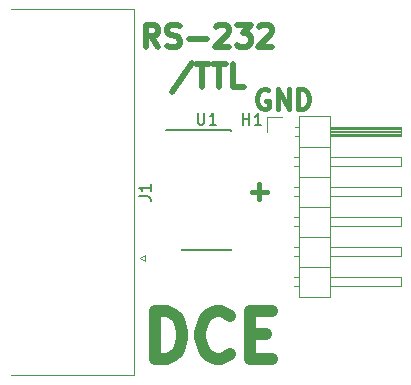
<source format=gbr>
G04 #@! TF.GenerationSoftware,KiCad,Pcbnew,(5.0.2)-1*
G04 #@! TF.CreationDate,2019-09-14T16:42:52-04:00*
G04 #@! TF.ProjectId,RS232_TTL_Female,52533233-325f-4545-944c-5f46656d616c,rev?*
G04 #@! TF.SameCoordinates,Original*
G04 #@! TF.FileFunction,Legend,Top*
G04 #@! TF.FilePolarity,Positive*
%FSLAX46Y46*%
G04 Gerber Fmt 4.6, Leading zero omitted, Abs format (unit mm)*
G04 Created by KiCad (PCBNEW (5.0.2)-1) date 9/14/2019 4:42:52 PM*
%MOMM*%
%LPD*%
G01*
G04 APERTURE LIST*
%ADD10C,0.412750*%
%ADD11C,0.476250*%
%ADD12C,1.000000*%
%ADD13C,0.120000*%
%ADD14C,0.150000*%
G04 APERTURE END LIST*
D10*
X20707047Y-15230928D02*
X21964952Y-15230928D01*
X21336000Y-15859880D02*
X21336000Y-14601976D01*
X22110095Y-6667500D02*
X21952857Y-6588880D01*
X21717000Y-6588880D01*
X21481142Y-6667500D01*
X21323904Y-6824738D01*
X21245285Y-6981976D01*
X21166666Y-7296452D01*
X21166666Y-7532309D01*
X21245285Y-7846785D01*
X21323904Y-8004023D01*
X21481142Y-8161261D01*
X21717000Y-8239880D01*
X21874238Y-8239880D01*
X22110095Y-8161261D01*
X22188714Y-8082642D01*
X22188714Y-7532309D01*
X21874238Y-7532309D01*
X22896285Y-8239880D02*
X22896285Y-6588880D01*
X23839714Y-8239880D01*
X23839714Y-6588880D01*
X24625904Y-8239880D02*
X24625904Y-6588880D01*
X25019000Y-6588880D01*
X25254857Y-6667500D01*
X25412095Y-6824738D01*
X25490714Y-6981976D01*
X25569333Y-7296452D01*
X25569333Y-7532309D01*
X25490714Y-7846785D01*
X25412095Y-8004023D01*
X25254857Y-8161261D01*
X25019000Y-8239880D01*
X24625904Y-8239880D01*
D11*
X12799785Y-3004910D02*
X12164785Y-2097767D01*
X11711214Y-3004910D02*
X11711214Y-1099910D01*
X12436928Y-1099910D01*
X12618357Y-1190625D01*
X12709071Y-1281339D01*
X12799785Y-1462767D01*
X12799785Y-1734910D01*
X12709071Y-1916339D01*
X12618357Y-2007053D01*
X12436928Y-2097767D01*
X11711214Y-2097767D01*
X13525500Y-2914196D02*
X13797642Y-3004910D01*
X14251214Y-3004910D01*
X14432642Y-2914196D01*
X14523357Y-2823482D01*
X14614071Y-2642053D01*
X14614071Y-2460625D01*
X14523357Y-2279196D01*
X14432642Y-2188482D01*
X14251214Y-2097767D01*
X13888357Y-2007053D01*
X13706928Y-1916339D01*
X13616214Y-1825625D01*
X13525500Y-1644196D01*
X13525500Y-1462767D01*
X13616214Y-1281339D01*
X13706928Y-1190625D01*
X13888357Y-1099910D01*
X14341928Y-1099910D01*
X14614071Y-1190625D01*
X15430500Y-2279196D02*
X16881928Y-2279196D01*
X17698357Y-1281339D02*
X17789071Y-1190625D01*
X17970500Y-1099910D01*
X18424071Y-1099910D01*
X18605500Y-1190625D01*
X18696214Y-1281339D01*
X18786928Y-1462767D01*
X18786928Y-1644196D01*
X18696214Y-1916339D01*
X17607642Y-3004910D01*
X18786928Y-3004910D01*
X19421928Y-1099910D02*
X20601214Y-1099910D01*
X19966214Y-1825625D01*
X20238357Y-1825625D01*
X20419785Y-1916339D01*
X20510500Y-2007053D01*
X20601214Y-2188482D01*
X20601214Y-2642053D01*
X20510500Y-2823482D01*
X20419785Y-2914196D01*
X20238357Y-3004910D01*
X19694071Y-3004910D01*
X19512642Y-2914196D01*
X19421928Y-2823482D01*
X21326928Y-1281339D02*
X21417642Y-1190625D01*
X21599071Y-1099910D01*
X22052642Y-1099910D01*
X22234071Y-1190625D01*
X22324785Y-1281339D01*
X22415500Y-1462767D01*
X22415500Y-1644196D01*
X22324785Y-1916339D01*
X21236214Y-3004910D01*
X22415500Y-3004910D01*
X15611928Y-4342946D02*
X13979071Y-6792232D01*
X15974785Y-4433660D02*
X17063357Y-4433660D01*
X16519071Y-6338660D02*
X16519071Y-4433660D01*
X17426214Y-4433660D02*
X18514785Y-4433660D01*
X17970500Y-6338660D02*
X17970500Y-4433660D01*
X20056928Y-6338660D02*
X19149785Y-6338660D01*
X19149785Y-4433660D01*
D12*
X12541857Y-29368523D02*
X12541857Y-25368523D01*
X13494238Y-25368523D01*
X14065666Y-25559000D01*
X14446619Y-25939952D01*
X14637095Y-26320904D01*
X14827571Y-27082809D01*
X14827571Y-27654238D01*
X14637095Y-28416142D01*
X14446619Y-28797095D01*
X14065666Y-29178047D01*
X13494238Y-29368523D01*
X12541857Y-29368523D01*
X18827571Y-28987571D02*
X18637095Y-29178047D01*
X18065666Y-29368523D01*
X17684714Y-29368523D01*
X17113285Y-29178047D01*
X16732333Y-28797095D01*
X16541857Y-28416142D01*
X16351380Y-27654238D01*
X16351380Y-27082809D01*
X16541857Y-26320904D01*
X16732333Y-25939952D01*
X17113285Y-25559000D01*
X17684714Y-25368523D01*
X18065666Y-25368523D01*
X18637095Y-25559000D01*
X18827571Y-25749476D01*
X20541857Y-27273285D02*
X21875190Y-27273285D01*
X22446619Y-29368523D02*
X20541857Y-29368523D01*
X20541857Y-25368523D01*
X22446619Y-25368523D01*
D13*
G04 #@! TO.C,H1*
X24681000Y-8830000D02*
X24681000Y-24190000D01*
X24681000Y-24190000D02*
X27341000Y-24190000D01*
X27341000Y-24190000D02*
X27341000Y-8830000D01*
X27341000Y-8830000D02*
X24681000Y-8830000D01*
X27341000Y-9780000D02*
X33341000Y-9780000D01*
X33341000Y-9780000D02*
X33341000Y-10540000D01*
X33341000Y-10540000D02*
X27341000Y-10540000D01*
X27341000Y-9840000D02*
X33341000Y-9840000D01*
X27341000Y-9960000D02*
X33341000Y-9960000D01*
X27341000Y-10080000D02*
X33341000Y-10080000D01*
X27341000Y-10200000D02*
X33341000Y-10200000D01*
X27341000Y-10320000D02*
X33341000Y-10320000D01*
X27341000Y-10440000D02*
X33341000Y-10440000D01*
X24351000Y-9780000D02*
X24681000Y-9780000D01*
X24351000Y-10540000D02*
X24681000Y-10540000D01*
X24681000Y-11430000D02*
X27341000Y-11430000D01*
X27341000Y-12320000D02*
X33341000Y-12320000D01*
X33341000Y-12320000D02*
X33341000Y-13080000D01*
X33341000Y-13080000D02*
X27341000Y-13080000D01*
X24283929Y-12320000D02*
X24681000Y-12320000D01*
X24283929Y-13080000D02*
X24681000Y-13080000D01*
X24681000Y-13970000D02*
X27341000Y-13970000D01*
X27341000Y-14860000D02*
X33341000Y-14860000D01*
X33341000Y-14860000D02*
X33341000Y-15620000D01*
X33341000Y-15620000D02*
X27341000Y-15620000D01*
X24283929Y-14860000D02*
X24681000Y-14860000D01*
X24283929Y-15620000D02*
X24681000Y-15620000D01*
X24681000Y-16510000D02*
X27341000Y-16510000D01*
X27341000Y-17400000D02*
X33341000Y-17400000D01*
X33341000Y-17400000D02*
X33341000Y-18160000D01*
X33341000Y-18160000D02*
X27341000Y-18160000D01*
X24283929Y-17400000D02*
X24681000Y-17400000D01*
X24283929Y-18160000D02*
X24681000Y-18160000D01*
X24681000Y-19050000D02*
X27341000Y-19050000D01*
X27341000Y-19940000D02*
X33341000Y-19940000D01*
X33341000Y-19940000D02*
X33341000Y-20700000D01*
X33341000Y-20700000D02*
X27341000Y-20700000D01*
X24283929Y-19940000D02*
X24681000Y-19940000D01*
X24283929Y-20700000D02*
X24681000Y-20700000D01*
X24681000Y-21590000D02*
X27341000Y-21590000D01*
X27341000Y-22480000D02*
X33341000Y-22480000D01*
X33341000Y-22480000D02*
X33341000Y-23240000D01*
X33341000Y-23240000D02*
X27341000Y-23240000D01*
X24283929Y-22480000D02*
X24681000Y-22480000D01*
X24283929Y-23240000D02*
X24681000Y-23240000D01*
X21971000Y-10160000D02*
X21971000Y-8890000D01*
X21971000Y-8890000D02*
X23241000Y-8890000D01*
G04 #@! TO.C,J1*
X281000Y197000D02*
X10761000Y197000D01*
X10761000Y197000D02*
X10761000Y-30773000D01*
X10761000Y-30773000D02*
X281000Y-30773000D01*
X11655338Y-20578000D02*
X11655338Y-21078000D01*
X11655338Y-21078000D02*
X11222325Y-20828000D01*
X11222325Y-20828000D02*
X11655338Y-20578000D01*
D14*
G04 #@! TO.C,U1*
X14816000Y-10038000D02*
X14816000Y-10063000D01*
X18966000Y-10038000D02*
X18966000Y-10143000D01*
X18966000Y-20188000D02*
X18966000Y-20083000D01*
X14816000Y-20188000D02*
X14816000Y-20083000D01*
X14816000Y-10038000D02*
X18966000Y-10038000D01*
X14816000Y-20188000D02*
X18966000Y-20188000D01*
X14816000Y-10063000D02*
X13441000Y-10063000D01*
G04 #@! TO.C,H1*
X19939095Y-9596380D02*
X19939095Y-8596380D01*
X19939095Y-9072571D02*
X20510523Y-9072571D01*
X20510523Y-9596380D02*
X20510523Y-8596380D01*
X21510523Y-9596380D02*
X20939095Y-9596380D01*
X21224809Y-9596380D02*
X21224809Y-8596380D01*
X21129571Y-8739238D01*
X21034333Y-8834476D01*
X20939095Y-8882095D01*
G04 #@! TO.C,J1*
X11153380Y-15621333D02*
X11867666Y-15621333D01*
X12010523Y-15668952D01*
X12105761Y-15764190D01*
X12153380Y-15907047D01*
X12153380Y-16002285D01*
X12153380Y-14621333D02*
X12153380Y-15192761D01*
X12153380Y-14907047D02*
X11153380Y-14907047D01*
X11296238Y-15002285D01*
X11391476Y-15097523D01*
X11439095Y-15192761D01*
G04 #@! TO.C,U1*
X16129095Y-8565380D02*
X16129095Y-9374904D01*
X16176714Y-9470142D01*
X16224333Y-9517761D01*
X16319571Y-9565380D01*
X16510047Y-9565380D01*
X16605285Y-9517761D01*
X16652904Y-9470142D01*
X16700523Y-9374904D01*
X16700523Y-8565380D01*
X17700523Y-9565380D02*
X17129095Y-9565380D01*
X17414809Y-9565380D02*
X17414809Y-8565380D01*
X17319571Y-8708238D01*
X17224333Y-8803476D01*
X17129095Y-8851095D01*
G04 #@! TD*
M02*

</source>
